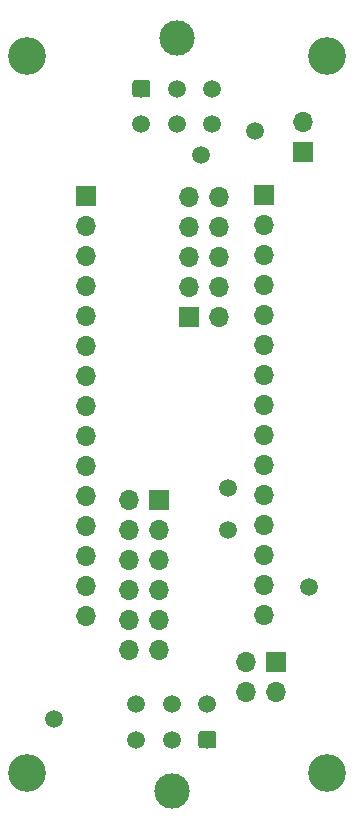
<source format=gbr>
G04 #@! TF.GenerationSoftware,KiCad,Pcbnew,(5.1.4)-1*
G04 #@! TF.CreationDate,2020-11-06T11:21:54-07:00*
G04 #@! TF.ProjectId,ABSIS_Nano,41425349-535f-44e6-916e-6f2e6b696361,1*
G04 #@! TF.SameCoordinates,Original*
G04 #@! TF.FileFunction,Soldermask,Bot*
G04 #@! TF.FilePolarity,Negative*
%FSLAX46Y46*%
G04 Gerber Fmt 4.6, Leading zero omitted, Abs format (unit mm)*
G04 Created by KiCad (PCBNEW (5.1.4)-1) date 2020-11-06 11:21:54*
%MOMM*%
%LPD*%
G04 APERTURE LIST*
%ADD10O,1.700000X1.700000*%
%ADD11R,1.700000X1.700000*%
%ADD12C,3.200000*%
%ADD13C,3.000000*%
%ADD14C,0.100000*%
%ADD15C,1.500000*%
G04 APERTURE END LIST*
D10*
X139547600Y-106883200D03*
X139547600Y-104343200D03*
X139547600Y-101803200D03*
X139547600Y-99263200D03*
X139547600Y-96723200D03*
X139547600Y-94183200D03*
X139547600Y-91643200D03*
X139547600Y-89103200D03*
X139547600Y-86563200D03*
X139547600Y-84023200D03*
X139547600Y-81483200D03*
X139547600Y-78943200D03*
X139547600Y-76403200D03*
X139547600Y-73863200D03*
D11*
X139547600Y-71323200D03*
D10*
X154686000Y-106807000D03*
X154686000Y-104267000D03*
X154686000Y-101727000D03*
X154686000Y-99187000D03*
X154686000Y-96647000D03*
X154686000Y-94107000D03*
X154686000Y-91567000D03*
X154686000Y-89027000D03*
X154686000Y-86487000D03*
X154686000Y-83947000D03*
X154686000Y-81407000D03*
X154686000Y-78867000D03*
X154686000Y-76327000D03*
X154686000Y-73787000D03*
D11*
X154686000Y-71247000D03*
D12*
X160020000Y-120142000D03*
X134620000Y-120142000D03*
X134620000Y-59436000D03*
X160020000Y-59436000D03*
D13*
X147272000Y-57910000D03*
D14*
G36*
X144796504Y-61481204D02*
G01*
X144820773Y-61484804D01*
X144844571Y-61490765D01*
X144867671Y-61499030D01*
X144889849Y-61509520D01*
X144910893Y-61522133D01*
X144930598Y-61536747D01*
X144948777Y-61553223D01*
X144965253Y-61571402D01*
X144979867Y-61591107D01*
X144992480Y-61612151D01*
X145002970Y-61634329D01*
X145011235Y-61657429D01*
X145017196Y-61681227D01*
X145020796Y-61705496D01*
X145022000Y-61730000D01*
X145022000Y-62730000D01*
X145020796Y-62754504D01*
X145017196Y-62778773D01*
X145011235Y-62802571D01*
X145002970Y-62825671D01*
X144992480Y-62847849D01*
X144979867Y-62868893D01*
X144965253Y-62888598D01*
X144948777Y-62906777D01*
X144930598Y-62923253D01*
X144910893Y-62937867D01*
X144889849Y-62950480D01*
X144867671Y-62960970D01*
X144844571Y-62969235D01*
X144820773Y-62975196D01*
X144796504Y-62978796D01*
X144772000Y-62980000D01*
X143772000Y-62980000D01*
X143747496Y-62978796D01*
X143723227Y-62975196D01*
X143699429Y-62969235D01*
X143676329Y-62960970D01*
X143654151Y-62950480D01*
X143633107Y-62937867D01*
X143613402Y-62923253D01*
X143595223Y-62906777D01*
X143578747Y-62888598D01*
X143564133Y-62868893D01*
X143551520Y-62847849D01*
X143541030Y-62825671D01*
X143532765Y-62802571D01*
X143526804Y-62778773D01*
X143523204Y-62754504D01*
X143522000Y-62730000D01*
X143522000Y-61730000D01*
X143523204Y-61705496D01*
X143526804Y-61681227D01*
X143532765Y-61657429D01*
X143541030Y-61634329D01*
X143551520Y-61612151D01*
X143564133Y-61591107D01*
X143578747Y-61571402D01*
X143595223Y-61553223D01*
X143613402Y-61536747D01*
X143633107Y-61522133D01*
X143654151Y-61509520D01*
X143676329Y-61499030D01*
X143699429Y-61490765D01*
X143723227Y-61484804D01*
X143747496Y-61481204D01*
X143772000Y-61480000D01*
X144772000Y-61480000D01*
X144796504Y-61481204D01*
X144796504Y-61481204D01*
G37*
D15*
X144272000Y-62230000D03*
X147272000Y-62230000D03*
X150272000Y-62230000D03*
X144272000Y-65230000D03*
X147272000Y-65230000D03*
X150272000Y-65230000D03*
X143860000Y-114348000D03*
X146860000Y-114348000D03*
X149860000Y-114348000D03*
X143860000Y-117348000D03*
X146860000Y-117348000D03*
D14*
G36*
X150384504Y-116599204D02*
G01*
X150408773Y-116602804D01*
X150432571Y-116608765D01*
X150455671Y-116617030D01*
X150477849Y-116627520D01*
X150498893Y-116640133D01*
X150518598Y-116654747D01*
X150536777Y-116671223D01*
X150553253Y-116689402D01*
X150567867Y-116709107D01*
X150580480Y-116730151D01*
X150590970Y-116752329D01*
X150599235Y-116775429D01*
X150605196Y-116799227D01*
X150608796Y-116823496D01*
X150610000Y-116848000D01*
X150610000Y-117848000D01*
X150608796Y-117872504D01*
X150605196Y-117896773D01*
X150599235Y-117920571D01*
X150590970Y-117943671D01*
X150580480Y-117965849D01*
X150567867Y-117986893D01*
X150553253Y-118006598D01*
X150536777Y-118024777D01*
X150518598Y-118041253D01*
X150498893Y-118055867D01*
X150477849Y-118068480D01*
X150455671Y-118078970D01*
X150432571Y-118087235D01*
X150408773Y-118093196D01*
X150384504Y-118096796D01*
X150360000Y-118098000D01*
X149360000Y-118098000D01*
X149335496Y-118096796D01*
X149311227Y-118093196D01*
X149287429Y-118087235D01*
X149264329Y-118078970D01*
X149242151Y-118068480D01*
X149221107Y-118055867D01*
X149201402Y-118041253D01*
X149183223Y-118024777D01*
X149166747Y-118006598D01*
X149152133Y-117986893D01*
X149139520Y-117965849D01*
X149129030Y-117943671D01*
X149120765Y-117920571D01*
X149114804Y-117896773D01*
X149111204Y-117872504D01*
X149110000Y-117848000D01*
X149110000Y-116848000D01*
X149111204Y-116823496D01*
X149114804Y-116799227D01*
X149120765Y-116775429D01*
X149129030Y-116752329D01*
X149139520Y-116730151D01*
X149152133Y-116709107D01*
X149166747Y-116689402D01*
X149183223Y-116671223D01*
X149201402Y-116654747D01*
X149221107Y-116640133D01*
X149242151Y-116627520D01*
X149264329Y-116617030D01*
X149287429Y-116608765D01*
X149311227Y-116602804D01*
X149335496Y-116599204D01*
X149360000Y-116598000D01*
X150360000Y-116598000D01*
X150384504Y-116599204D01*
X150384504Y-116599204D01*
G37*
D15*
X149860000Y-117348000D03*
D13*
X146860000Y-121668000D03*
D11*
X145796000Y-97028000D03*
D10*
X143256000Y-97028000D03*
X145796000Y-99568000D03*
X143256000Y-99568000D03*
X145796000Y-102108000D03*
X143256000Y-102108000D03*
X145796000Y-104648000D03*
X143256000Y-104648000D03*
X145796000Y-107188000D03*
X143256000Y-107188000D03*
X145796000Y-109728000D03*
X143256000Y-109728000D03*
D11*
X148336000Y-81534000D03*
D10*
X150876000Y-81534000D03*
X148336000Y-78994000D03*
X150876000Y-78994000D03*
X148336000Y-76454000D03*
X150876000Y-76454000D03*
X148336000Y-73914000D03*
X150876000Y-73914000D03*
X148336000Y-71374000D03*
X150876000Y-71374000D03*
D11*
X155702000Y-110744000D03*
D10*
X153162000Y-110744000D03*
X155702000Y-113284000D03*
X153162000Y-113284000D03*
D11*
X157988000Y-67564000D03*
D10*
X157988000Y-65024000D03*
D15*
X158496000Y-104394000D03*
X153924000Y-65786000D03*
X136906000Y-115570000D03*
X149352000Y-67818000D03*
X151638000Y-96012000D03*
X151638000Y-99568000D03*
M02*

</source>
